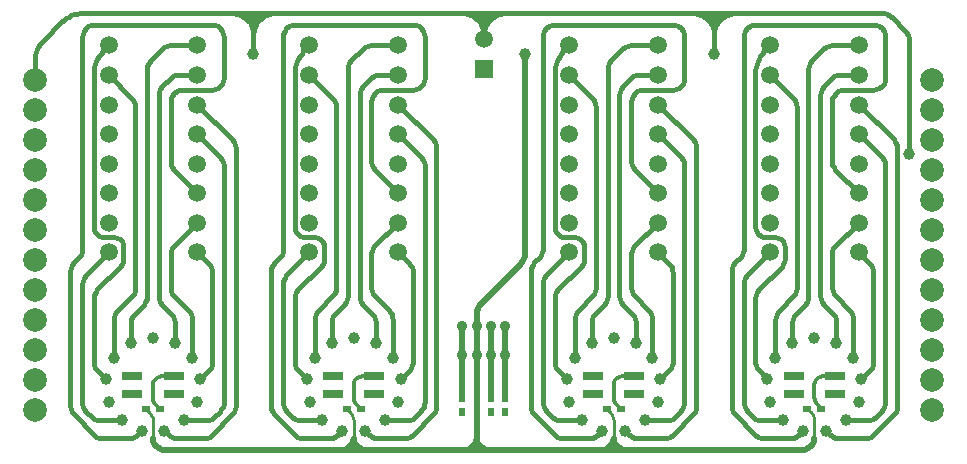
<source format=gtl>
%FSLAX25Y25*%
%MOIN*%
G70*
G01*
G75*
G04 Layer_Physical_Order=1*
G04 Layer_Color=255*
%ADD10C,0.01969*%
%ADD11C,0.01575*%
%ADD12C,0.00984*%
%ADD13C,0.01181*%
%ADD14R,0.02953X0.02362*%
%ADD15R,0.07087X0.02756*%
%ADD16R,0.02362X0.02953*%
%ADD17C,0.07874*%
%ADD18C,0.05906*%
%ADD19C,0.03937*%
%ADD20R,0.05906X0.05906*%
%ADD21C,0.03543*%
%ADD22C,0.02362*%
G36*
X76796Y79134D02*
X76747D01*
X76772Y79321D01*
X76796Y79134D01*
D02*
G37*
G36*
X4724Y84646D02*
X2132Y82053D01*
X2158Y82026D01*
X1529Y81606D01*
X787Y81459D01*
Y81035D01*
X811D01*
X718Y80333D01*
X447Y79679D01*
X16Y79117D01*
X-19Y79115D01*
X-316Y79560D01*
X-420Y80084D01*
X-394Y80315D01*
X-375D01*
X-449Y80686D01*
X-659Y81000D01*
X-2756Y83071D01*
X-2723Y83104D01*
X-3846Y83965D01*
X-5154Y84507D01*
X-6558Y84692D01*
X4724Y84646D01*
D02*
G37*
G36*
X81496D02*
X81403Y84646D01*
X81125Y84591D01*
X80811Y84381D01*
X77607Y81150D01*
X77589Y81168D01*
X77132Y80572D01*
X76845Y79878D01*
X76772Y79321D01*
X76698Y79878D01*
X76411Y80572D01*
X75954Y81168D01*
X72719Y84367D01*
X72733Y84380D01*
X72418Y84591D01*
X72047Y84664D01*
X81403Y84646D01*
X81496Y84664D01*
Y84646D01*
D02*
G37*
G36*
X-72441D02*
X-75380Y81707D01*
X-75409Y81736D01*
X-76170Y80743D01*
X-76649Y79587D01*
X-76772Y78658D01*
X-76731Y78347D01*
X-76813D01*
X-76772Y78658D01*
X-76894Y79587D01*
X-77373Y80743D01*
X-78135Y81736D01*
X-80267Y83811D01*
X-80250Y83828D01*
X-80845Y84285D01*
X-81539Y84572D01*
X-82284Y84670D01*
X-72441Y84646D01*
D02*
G37*
D10*
X-47435Y-61024D02*
X-46332Y-60878D01*
X-45304Y-60453D01*
X-44421Y-59775D01*
X106108Y-61024D02*
X107212Y-60878D01*
X108240Y-60453D01*
X109123Y-59775D01*
X44421D02*
X45304Y-60453D01*
X46332Y-60878D01*
X47435Y-61024D01*
X-6490D02*
X-5387Y-60878D01*
X-4359Y-60453D01*
X-3476Y-59775D01*
X-109123D02*
X-108240Y-60453D01*
X-107212Y-60878D01*
X-106108Y-61024D01*
X43307Y-57087D02*
X43437Y-58071D01*
X43816Y-58987D01*
X44421Y-59775D01*
X-3476D02*
X-2871Y-58987D01*
X-2492Y-58071D01*
X-2362Y-57087D01*
X-44421Y-59775D02*
X-43816Y-58987D01*
X-43437Y-58071D01*
X-43307Y-57087D01*
X-43178Y-58071D01*
X-42798Y-58987D01*
X-42194Y-59775D01*
X39179Y-61024D02*
X40282Y-60878D01*
X41311Y-60453D01*
X42193Y-59775D01*
X-1249D02*
X-366Y-60453D01*
X662Y-60878D01*
X1766Y-61024D01*
X-42193Y-59775D02*
X-41311Y-60453D01*
X-40282Y-60878D01*
X-39179Y-61024D01*
X42194Y-59775D02*
X42798Y-58987D01*
X43178Y-58071D01*
X43307Y-57087D01*
X-2362D02*
X-2233Y-58071D01*
X-1853Y-58987D01*
X-1249Y-59775D01*
X-110236Y-57087D02*
X-110107Y-58071D01*
X-109727Y-58988D01*
X-109123Y-59775D01*
X109123D02*
X109727Y-58988D01*
X110107Y-58071D01*
X110236Y-57087D01*
X-984Y-12402D02*
X-1569Y-13115D01*
X-2004Y-13928D01*
X-2272Y-14810D01*
X-2362Y-15728D01*
X12109Y692D02*
X12818Y1556D01*
X13345Y2542D01*
X13670Y3612D01*
X13780Y4724D01*
X-106108Y-61024D02*
X106108D01*
X-984Y-12402D02*
X12109Y692D01*
X-2362Y-19685D02*
Y-15728D01*
Y-57087D02*
Y-29528D01*
Y-19685D01*
X-7087Y-43701D02*
Y-19685D01*
X2362Y-43701D02*
Y-29528D01*
Y-19685D01*
X7087Y-43701D02*
Y-19685D01*
X13780Y4724D02*
Y70866D01*
D11*
X1969Y82284D02*
X1284Y81481D01*
X733Y80582D01*
X329Y79608D01*
X83Y78583D01*
X0Y77531D01*
X-83Y78583D01*
X-329Y79608D01*
X-733Y80582D01*
X-1284Y81481D01*
X-1969Y82284D01*
X7671Y84646D02*
X6619Y84577D01*
X5584Y84371D01*
X4585Y84032D01*
X3639Y83565D01*
X2762Y82979D01*
X1969Y82284D01*
X-1969D02*
X-2762Y82979D01*
X-3639Y83565D01*
X-4585Y84032D01*
X-5584Y84371D01*
X-6619Y84577D01*
X-7671Y84646D01*
X78740Y82284D02*
X78055Y81481D01*
X77504Y80582D01*
X77101Y79608D01*
X76854Y78582D01*
X76772Y77531D01*
X84443Y84646D02*
X83390Y84577D01*
X82356Y84371D01*
X81357Y84032D01*
X80410Y83565D01*
X79533Y82979D01*
X78740Y82284D01*
X76772Y77531D02*
X76689Y78582D01*
X76443Y79608D01*
X76039Y80582D01*
X75488Y81481D01*
X74803Y82284D01*
X74010Y82979D01*
X73133Y83565D01*
X72187Y84032D01*
X71188Y84371D01*
X70153Y84577D01*
X69100Y84646D01*
X-74803Y82284D02*
X-75488Y81481D01*
X-76039Y80582D01*
X-76443Y79608D01*
X-76689Y78582D01*
X-76772Y77531D01*
X-69100Y84646D02*
X-70153Y84577D01*
X-71188Y84371D01*
X-72187Y84032D01*
X-73133Y83565D01*
X-74010Y82979D01*
X-74803Y82284D01*
X-78740D02*
X-79533Y82979D01*
X-80410Y83565D01*
X-81357Y84032D01*
X-82356Y84371D01*
X-83390Y84577D01*
X-84443Y84646D01*
X-76772Y77531D02*
X-76854Y78582D01*
X-77101Y79608D01*
X-77504Y80582D01*
X-78055Y81481D01*
X-78740Y82284D01*
X141732Y75332D02*
X141629Y76381D01*
X141323Y77390D01*
X140826Y78319D01*
X140157Y79134D01*
X136316Y82975D02*
X135452Y83685D01*
X134466Y84212D01*
X133396Y84536D01*
X132283Y84646D01*
X-133653D02*
X-134633Y84597D01*
X-135604Y84453D01*
X-136556Y84215D01*
X-137480Y83885D01*
X-138367Y83465D01*
X-139209Y82960D01*
X-139997Y82376D01*
X-140724Y81717D01*
X-146677Y75764D02*
X-147336Y75036D01*
X-147921Y74248D01*
X-148425Y73406D01*
X-148845Y72519D01*
X-149176Y71595D01*
X-149414Y70643D01*
X-149558Y69673D01*
X-149606Y68692D01*
X103144Y-9848D02*
X103788Y-9009D01*
X104193Y-8032D01*
X104331Y-6983D01*
X98622Y-14370D02*
X98050Y-15067D01*
X97626Y-15861D01*
X97364Y-16723D01*
X97276Y-17620D01*
X36215Y-9848D02*
X36859Y-9009D01*
X37264Y-8032D01*
X37402Y-6983D01*
X31693Y-14370D02*
X31121Y-15067D01*
X30697Y-15861D01*
X30435Y-16723D01*
X30347Y-17620D01*
X-50399Y-9848D02*
X-49755Y-9009D01*
X-49351Y-8032D01*
X-49213Y-6983D01*
X-54921Y-14370D02*
X-55493Y-15067D01*
X-55918Y-15861D01*
X-56179Y-16723D01*
X-56267Y-17620D01*
X-116142Y53303D02*
X-116291Y54437D01*
X-116729Y55494D01*
X-117426Y56402D01*
X-121850Y-14370D02*
X-122422Y-15067D01*
X-122847Y-15861D01*
X-123108Y-16723D01*
X-123196Y-17620D01*
X-117328Y-9848D02*
X-116684Y-9009D01*
X-116280Y-8032D01*
X-116142Y-6983D01*
X-111024Y68898D02*
X-111664Y68063D01*
X-112067Y67090D01*
X-112205Y66046D01*
X-104432Y73819D02*
X-105476Y73681D01*
X-106448Y73279D01*
X-107283Y72638D01*
X-116339Y-15551D02*
X-116998Y-16411D01*
X-117413Y-17412D01*
X-117555Y-18487D01*
X-113386Y-12598D02*
X-112745Y-11763D01*
X-112342Y-10791D01*
X-112205Y-9747D01*
X-102918Y-18487D02*
X-103059Y-17412D01*
X-103474Y-16411D01*
X-104134Y-15551D01*
X-108268Y-9747D02*
X-108130Y-10791D01*
X-107727Y-11763D01*
X-107087Y-12598D01*
X-107087Y60236D02*
X-107728Y59401D01*
X-108130Y58429D01*
X-108268Y57385D01*
X-101954Y63976D02*
X-102824Y63862D01*
X-103635Y63526D01*
X-104331Y62992D01*
X-104331Y-6983D02*
X-104193Y-8032D01*
X-103788Y-9009D01*
X-103144Y-9848D01*
X-103347Y6890D02*
X-103881Y6194D01*
X-104216Y5383D01*
X-104331Y4514D01*
X-90551Y-1969D02*
X-90642Y-1041D01*
X-90913Y-150D01*
X-91352Y672D01*
X-91943Y1392D01*
X-91633Y-34502D02*
X-91046Y-33737D01*
X-90677Y-32846D01*
X-90551Y-31890D01*
X-97276Y-17620D02*
X-97364Y-16723D01*
X-97626Y-15861D01*
X-98050Y-15067D01*
X-98622Y-14370D01*
X-92558Y-51157D02*
X-91535Y-51023D01*
X-90582Y-50628D01*
X-89764Y-50000D01*
X-88006Y-48242D02*
X-87415Y-47522D01*
X-86976Y-46701D01*
X-86705Y-45809D01*
X-86614Y-44882D01*
Y33858D02*
X-86744Y34842D01*
X-87124Y35759D01*
X-87728Y36547D01*
X-105346Y-55782D02*
X-104423Y-56490D01*
X-103349Y-56935D01*
X-102195Y-57087D01*
X-93403D02*
X-92359Y-56949D01*
X-91386Y-56546D01*
X-90551Y-55905D01*
X-83791Y-49145D02*
X-83187Y-48358D01*
X-82807Y-47441D01*
X-82677Y-46457D01*
X-82677Y39668D02*
X-82815Y40712D01*
X-83217Y41684D01*
X-83858Y42520D01*
X-129921Y13386D02*
X-129800Y12469D01*
X-129446Y11614D01*
X-128883Y10880D01*
X-128150Y10317D01*
X-127295Y9963D01*
X-126378Y9843D01*
X-126992Y71827D02*
X-127651Y71099D01*
X-128236Y70311D01*
X-128741Y69469D01*
X-129160Y68582D01*
X-129491Y67658D01*
X-129729Y66706D01*
X-129873Y65736D01*
X-129921Y64755D01*
X-129921Y-31890D02*
X-129795Y-32846D01*
X-129426Y-33737D01*
X-128839Y-34502D01*
X-128740Y-7480D02*
X-129380Y-8314D01*
X-129782Y-9286D01*
X-129920Y-10328D01*
X-121192Y68D02*
X-120588Y855D01*
X-120208Y1772D01*
X-120079Y2756D01*
Y6693D02*
X-120233Y7666D01*
X-120680Y8544D01*
X-121377Y9241D01*
X-122255Y9688D01*
X-123228Y9843D01*
X-130709Y-50000D02*
X-129890Y-50628D01*
X-128937Y-51023D01*
X-127915Y-51157D01*
X-133858Y-44882D02*
X-133767Y-45809D01*
X-133496Y-46701D01*
X-133057Y-47522D01*
X-132466Y-48242D01*
X-132677Y-2756D02*
X-133318Y-3591D01*
X-133721Y-4564D01*
X-133858Y-5607D01*
X-100394Y59055D02*
X-101413Y58921D01*
X-102362Y58528D01*
X-103178Y57902D01*
X-103803Y57087D01*
X-104197Y56137D01*
X-104331Y55118D01*
X-86614Y76676D02*
X-86752Y77720D01*
X-87154Y78692D01*
X-87795Y79528D01*
X-88630Y80168D01*
X-89603Y80571D01*
X-90647Y80709D01*
X-104331Y35039D02*
X-104201Y34055D01*
X-103821Y33138D01*
X-103217Y32351D01*
X-90551Y59055D02*
X-89532Y59189D01*
X-88583Y59583D01*
X-87767Y60208D01*
X-87142Y61024D01*
X-86748Y61973D01*
X-86614Y62992D01*
X-129921Y-55905D02*
X-129086Y-56546D01*
X-128113Y-56949D01*
X-127070Y-57087D01*
X-118277D02*
X-117124Y-56935D01*
X-116050Y-56490D01*
X-115127Y-55782D01*
X-137795Y-46457D02*
X-137666Y-47441D01*
X-137286Y-48358D01*
X-136682Y-49145D01*
X-136607Y1582D02*
X-137252Y742D01*
X-137657Y-237D01*
X-137795Y-1287D01*
X-134843Y3347D02*
X-134309Y4042D01*
X-133973Y4853D01*
X-133858Y5723D01*
X-129826Y80709D02*
X-130869Y80571D01*
X-131842Y80168D01*
X-132677Y79528D01*
X-133318Y78692D01*
X-133721Y77720D01*
X-133858Y76676D01*
X-44094Y68898D02*
X-44735Y68063D01*
X-45138Y67090D01*
X-45276Y66046D01*
X-37503Y73819D02*
X-38547Y73681D01*
X-39519Y73279D01*
X-40354Y72638D01*
X-49409Y-15551D02*
X-50069Y-16411D01*
X-50484Y-17412D01*
X-50625Y-18487D01*
X-46457Y-12598D02*
X-45816Y-11763D01*
X-45413Y-10791D01*
X-45276Y-9747D01*
X-35989Y-18487D02*
X-36130Y-17412D01*
X-36545Y-16411D01*
X-37205Y-15551D01*
X-41339Y-9747D02*
X-41201Y-10791D01*
X-40798Y-11763D01*
X-40157Y-12598D01*
X-40157Y60236D02*
X-40798Y59401D01*
X-41201Y58429D01*
X-41339Y57385D01*
X-35025Y63976D02*
X-35895Y63862D01*
X-36706Y63526D01*
X-37402Y62992D01*
X-37402Y-6983D02*
X-37264Y-8032D01*
X-36859Y-9009D01*
X-36215Y-9848D01*
X-36417Y6890D02*
X-36951Y6194D01*
X-37287Y5383D01*
X-37402Y4514D01*
X-23622Y-1969D02*
X-23713Y-1041D01*
X-23984Y-150D01*
X-24423Y672D01*
X-25014Y1392D01*
X-24704Y-34502D02*
X-24117Y-33737D01*
X-23748Y-32846D01*
X-23622Y-31890D01*
X-30347Y-17620D02*
X-30435Y-16723D01*
X-30697Y-15861D01*
X-31121Y-15067D01*
X-31693Y-14370D01*
X-25629Y-51157D02*
X-24606Y-51023D01*
X-23653Y-50628D01*
X-22835Y-50000D01*
X-21077Y-48242D02*
X-20486Y-47522D01*
X-20047Y-46701D01*
X-19776Y-45809D01*
X-19685Y-44882D01*
Y33858D02*
X-19815Y34842D01*
X-20194Y35759D01*
X-20799Y36547D01*
X-38416Y-55782D02*
X-37494Y-56490D01*
X-36419Y-56935D01*
X-35266Y-57087D01*
X-26474D02*
X-25430Y-56949D01*
X-24457Y-56546D01*
X-23622Y-55905D01*
X-16862Y-49145D02*
X-16257Y-48358D01*
X-15878Y-47441D01*
X-15748Y-46457D01*
X-15748Y39668D02*
X-15885Y40712D01*
X-16288Y41684D01*
X-16929Y42520D01*
X-49213Y53303D02*
X-49362Y54437D01*
X-49800Y55494D01*
X-50496Y56402D01*
X-62992Y13386D02*
X-62871Y12469D01*
X-62517Y11614D01*
X-61954Y10880D01*
X-61221Y10317D01*
X-60366Y9963D01*
X-59449Y9843D01*
X-60063Y71827D02*
X-60722Y71099D01*
X-61307Y70311D01*
X-61811Y69469D01*
X-62231Y68582D01*
X-62562Y67658D01*
X-62800Y66706D01*
X-62944Y65736D01*
X-62992Y64755D01*
X-62992Y-31890D02*
X-62866Y-32846D01*
X-62497Y-33737D01*
X-61910Y-34502D01*
X-61811Y-7480D02*
X-62451Y-8314D01*
X-62853Y-9286D01*
X-62991Y-10328D01*
X-54263Y68D02*
X-53659Y855D01*
X-53279Y1772D01*
X-53150Y2756D01*
Y6693D02*
X-53304Y7666D01*
X-53751Y8544D01*
X-54448Y9241D01*
X-55326Y9688D01*
X-56299Y9843D01*
X-63779Y-50000D02*
X-62961Y-50628D01*
X-62008Y-51023D01*
X-60985Y-51157D01*
X-66929Y-44882D02*
X-66838Y-45809D01*
X-66567Y-46701D01*
X-66128Y-47522D01*
X-65537Y-48242D01*
X-65748Y-2756D02*
X-66389Y-3591D01*
X-66792Y-4564D01*
X-66929Y-5607D01*
X-33465Y59055D02*
X-34484Y58921D01*
X-35433Y58528D01*
X-36248Y57902D01*
X-36874Y57087D01*
X-37267Y56137D01*
X-37402Y55118D01*
X-19685Y76676D02*
X-19823Y77720D01*
X-20225Y78692D01*
X-20866Y79528D01*
X-21701Y80168D01*
X-22674Y80571D01*
X-23718Y80709D01*
X-37402Y35039D02*
X-37272Y34055D01*
X-36892Y33138D01*
X-36288Y32351D01*
X-23622Y59055D02*
X-22603Y59189D01*
X-21654Y59583D01*
X-20838Y60208D01*
X-20212Y61024D01*
X-19819Y61973D01*
X-19685Y62992D01*
X-62992Y-55905D02*
X-62157Y-56546D01*
X-61184Y-56949D01*
X-60141Y-57087D01*
X-51348D02*
X-50195Y-56935D01*
X-49120Y-56490D01*
X-48198Y-55782D01*
X-70866Y-46457D02*
X-70737Y-47441D01*
X-70357Y-48358D01*
X-69753Y-49145D01*
X-69678Y1582D02*
X-70322Y742D01*
X-70728Y-237D01*
X-70866Y-1287D01*
X-67913Y3347D02*
X-67379Y4042D01*
X-67044Y4853D01*
X-66929Y5723D01*
X-62897Y80709D02*
X-63940Y80571D01*
X-64913Y80168D01*
X-65748Y79528D01*
X-66389Y78692D01*
X-66792Y77720D01*
X-66929Y76676D01*
X109449Y68898D02*
X108808Y68063D01*
X108405Y67090D01*
X108268Y66046D01*
X116040Y73819D02*
X114997Y73681D01*
X114024Y73279D01*
X113189Y72638D01*
X104134Y-15551D02*
X103474Y-16411D01*
X103059Y-17412D01*
X102918Y-18487D01*
X107087Y-12598D02*
X107727Y-11763D01*
X108130Y-10791D01*
X108268Y-9747D01*
X117555Y-18487D02*
X117413Y-17412D01*
X116998Y-16411D01*
X116339Y-15551D01*
X112205Y-9747D02*
X112342Y-10791D01*
X112745Y-11763D01*
X113386Y-12598D01*
X113386Y60236D02*
X112745Y59401D01*
X112342Y58429D01*
X112205Y57385D01*
X118518Y63976D02*
X117648Y63862D01*
X116838Y63526D01*
X116142Y62992D01*
X116142Y-6983D02*
X116280Y-8032D01*
X116684Y-9009D01*
X117328Y-9848D01*
X117126Y6890D02*
X116592Y6194D01*
X116256Y5383D01*
X116142Y4514D01*
X129921Y-1969D02*
X129830Y-1041D01*
X129560Y-150D01*
X129120Y672D01*
X128529Y1392D01*
X128839Y-34502D02*
X129426Y-33737D01*
X129795Y-32846D01*
X129921Y-31890D01*
X123196Y-17620D02*
X123108Y-16723D01*
X122847Y-15861D01*
X122422Y-15067D01*
X121850Y-14370D01*
X127915Y-51157D02*
X128937Y-51023D01*
X129890Y-50628D01*
X130709Y-50000D01*
X132466Y-48242D02*
X133057Y-47522D01*
X133496Y-46701D01*
X133767Y-45809D01*
X133858Y-44882D01*
Y33858D02*
X133729Y34842D01*
X133349Y35759D01*
X132745Y36547D01*
X115127Y-55782D02*
X116050Y-56490D01*
X117124Y-56935D01*
X118277Y-57087D01*
X127070D02*
X128113Y-56949D01*
X129086Y-56546D01*
X129921Y-55905D01*
X136682Y-49145D02*
X137286Y-48358D01*
X137666Y-47441D01*
X137795Y-46457D01*
X137795Y39668D02*
X137658Y40712D01*
X137255Y41684D01*
X136614Y42520D01*
X104331Y53303D02*
X104181Y54437D01*
X103744Y55494D01*
X103047Y56402D01*
X90551Y13386D02*
X90672Y12469D01*
X91026Y11614D01*
X91589Y10880D01*
X92323Y10317D01*
X93177Y9963D01*
X94095Y9843D01*
X93480Y71827D02*
X92821Y71099D01*
X92237Y70311D01*
X91732Y69469D01*
X91312Y68582D01*
X90982Y67658D01*
X90743Y66706D01*
X90599Y65736D01*
X90551Y64755D01*
X90551Y-31890D02*
X90677Y-32846D01*
X91046Y-33737D01*
X91633Y-34502D01*
X91732Y-7480D02*
X91092Y-8314D01*
X90690Y-9286D01*
X90553Y-10328D01*
X99280Y68D02*
X99884Y855D01*
X100264Y1772D01*
X100394Y2756D01*
Y6693D02*
X100240Y7666D01*
X99792Y8544D01*
X99095Y9241D01*
X98217Y9688D01*
X97244Y9843D01*
X89764Y-50000D02*
X90582Y-50628D01*
X91535Y-51023D01*
X92558Y-51157D01*
X86614Y-44882D02*
X86705Y-45809D01*
X86976Y-46701D01*
X87415Y-47522D01*
X88006Y-48242D01*
X87795Y-2756D02*
X87154Y-3591D01*
X86752Y-4564D01*
X86614Y-5607D01*
X120079Y59055D02*
X119060Y58921D01*
X118110Y58528D01*
X117295Y57902D01*
X116669Y57087D01*
X116276Y56137D01*
X116142Y55118D01*
X133858Y76676D02*
X133721Y77720D01*
X133318Y78692D01*
X132677Y79528D01*
X131842Y80168D01*
X130869Y80571D01*
X129826Y80709D01*
X116142Y35039D02*
X116271Y34055D01*
X116651Y33138D01*
X117255Y32351D01*
X129921Y59055D02*
X130940Y59189D01*
X131890Y59583D01*
X132705Y60208D01*
X133331Y61024D01*
X133724Y61973D01*
X133858Y62992D01*
X90551Y-55905D02*
X91386Y-56546D01*
X92359Y-56949D01*
X93403Y-57087D01*
X102195D02*
X103349Y-56935D01*
X104423Y-56490D01*
X105346Y-55782D01*
X82677Y-46457D02*
X82807Y-47441D01*
X83187Y-48358D01*
X83791Y-49145D01*
X83866Y1582D02*
X83221Y742D01*
X82815Y-237D01*
X82677Y-1287D01*
X85630Y3347D02*
X86164Y4042D01*
X86500Y4853D01*
X86614Y5723D01*
X90647Y80709D02*
X89603Y80571D01*
X88630Y80168D01*
X87795Y79528D01*
X87154Y78692D01*
X86752Y77720D01*
X86614Y76676D01*
X23718Y80709D02*
X22674Y80571D01*
X21701Y80168D01*
X20866Y79528D01*
X20225Y78692D01*
X19823Y77720D01*
X19685Y76676D01*
X18701Y3347D02*
X19235Y4042D01*
X19570Y4853D01*
X19685Y5723D01*
X16937Y1582D02*
X16292Y742D01*
X15886Y-237D01*
X15748Y-1287D01*
Y-46457D02*
X15878Y-47441D01*
X16257Y-48358D01*
X16862Y-49145D01*
X35266Y-57087D02*
X36419Y-56935D01*
X37494Y-56490D01*
X38416Y-55782D01*
X23622Y-55905D02*
X24457Y-56546D01*
X25430Y-56949D01*
X26474Y-57087D01*
X62992Y59055D02*
X64011Y59189D01*
X64961Y59583D01*
X65776Y60208D01*
X66402Y61024D01*
X66795Y61973D01*
X66929Y62992D01*
X49213Y35039D02*
X49342Y34055D01*
X49722Y33138D01*
X50326Y32351D01*
X66929Y76676D02*
X66792Y77720D01*
X66389Y78692D01*
X65748Y79528D01*
X64913Y80168D01*
X63940Y80571D01*
X62897Y80709D01*
X53150Y59055D02*
X52131Y58921D01*
X51181Y58528D01*
X50366Y57902D01*
X49740Y57087D01*
X49347Y56137D01*
X49213Y55118D01*
X20866Y-2756D02*
X20225Y-3591D01*
X19823Y-4564D01*
X19685Y-5607D01*
Y-44882D02*
X19776Y-45809D01*
X20047Y-46701D01*
X20486Y-47522D01*
X21077Y-48242D01*
X22835Y-50000D02*
X23653Y-50628D01*
X24606Y-51023D01*
X25629Y-51157D01*
X33465Y6693D02*
X33310Y7666D01*
X32863Y8544D01*
X32166Y9241D01*
X31288Y9688D01*
X30315Y9843D01*
X32351Y68D02*
X32955Y855D01*
X33335Y1772D01*
X33465Y2756D01*
X24803Y-7480D02*
X24163Y-8314D01*
X23761Y-9286D01*
X23624Y-10328D01*
X23622Y-31890D02*
X23748Y-32846D01*
X24117Y-33737D01*
X24704Y-34502D01*
X26551Y71827D02*
X25892Y71099D01*
X25307Y70311D01*
X24803Y69469D01*
X24383Y68582D01*
X24053Y67658D01*
X23814Y66706D01*
X23670Y65736D01*
X23622Y64755D01*
Y13386D02*
X23743Y12469D01*
X24097Y11614D01*
X24660Y10880D01*
X25394Y10317D01*
X26248Y9963D01*
X27165Y9843D01*
X37402Y53303D02*
X37252Y54437D01*
X36814Y55494D01*
X36118Y56402D01*
X70866Y39668D02*
X70729Y40712D01*
X70326Y41684D01*
X69685Y42520D01*
X69753Y-49145D02*
X70357Y-48358D01*
X70737Y-47441D01*
X70866Y-46457D01*
X60141Y-57087D02*
X61184Y-56949D01*
X62157Y-56546D01*
X62992Y-55905D01*
X48198Y-55782D02*
X49120Y-56490D01*
X50195Y-56935D01*
X51348Y-57087D01*
X66929Y33858D02*
X66800Y34842D01*
X66420Y35759D01*
X65816Y36547D01*
X65537Y-48242D02*
X66128Y-47522D01*
X66567Y-46701D01*
X66838Y-45809D01*
X66929Y-44882D01*
X60985Y-51157D02*
X62008Y-51023D01*
X62961Y-50628D01*
X63779Y-50000D01*
X56267Y-17620D02*
X56179Y-16723D01*
X55918Y-15861D01*
X55493Y-15067D01*
X54921Y-14370D01*
X61910Y-34502D02*
X62497Y-33737D01*
X62866Y-32846D01*
X62992Y-31890D01*
Y-1969D02*
X62901Y-1041D01*
X62630Y-150D01*
X62191Y672D01*
X61600Y1392D01*
X50197Y6890D02*
X49663Y6194D01*
X49327Y5383D01*
X49213Y4514D01*
X49213Y-6983D02*
X49351Y-8032D01*
X49755Y-9009D01*
X50399Y-9848D01*
X51589Y63976D02*
X50719Y63862D01*
X49909Y63526D01*
X49213Y62992D01*
X46457Y60236D02*
X45816Y59401D01*
X45413Y58429D01*
X45276Y57385D01*
Y-9747D02*
X45413Y-10791D01*
X45816Y-11763D01*
X46457Y-12598D01*
X50625Y-18487D02*
X50484Y-17412D01*
X50069Y-16411D01*
X49409Y-15551D01*
X40157Y-12598D02*
X40798Y-11763D01*
X41201Y-10791D01*
X41339Y-9747D01*
X37205Y-15551D02*
X36545Y-16411D01*
X36130Y-17412D01*
X35989Y-18487D01*
X49111Y73819D02*
X48068Y73681D01*
X47095Y73279D01*
X46260Y72638D01*
X42520Y68898D02*
X41879Y68063D01*
X41476Y67090D01*
X41339Y66046D01*
X0Y75866D02*
Y77531D01*
X84443Y84646D02*
X132283D01*
X69100D02*
X84443D01*
X-7671D02*
X69100D01*
X-69100D02*
X-7671D01*
X-84443D02*
X-69100D01*
X76772Y70866D02*
Y77531D01*
X-76772Y70866D02*
Y77531D01*
X-133653Y84646D02*
X-84443D01*
X141732Y37795D02*
Y75332D01*
X136316Y82975D02*
X140157Y79134D01*
X-146677Y75764D02*
X-140724Y81717D01*
X-149606Y62283D02*
Y68692D01*
X98622Y-14370D02*
X103144Y-9848D01*
X97276Y-30424D02*
Y-17620D01*
X104331Y-6983D02*
Y53303D01*
X31693Y-14370D02*
X36215Y-9848D01*
X30347Y-30424D02*
Y-17620D01*
X37402Y-6983D02*
Y53303D01*
X-54921Y-14370D02*
X-50399Y-9848D01*
X-56267Y-30424D02*
Y-17620D01*
X-49213Y-6983D02*
Y53303D01*
X-116142Y-6983D02*
Y53303D01*
X-123196Y-30424D02*
Y-17620D01*
X-121850Y-14370D02*
X-117328Y-9848D01*
X-111024Y68898D02*
X-107283Y72638D01*
X-104432Y73819D02*
X-95473D01*
X-117555Y-25426D02*
Y-18487D01*
X-112205Y-9747D02*
Y66046D01*
X-116339Y-15551D02*
X-113386Y-12598D01*
X-107087D02*
X-104134Y-15551D01*
X-102918Y-25426D02*
Y-18487D01*
X-108268Y-9747D02*
Y57385D01*
X-107087Y60236D02*
X-104331Y62992D01*
X-101954Y63976D02*
X-95472D01*
X-103144Y-9848D02*
X-98622Y-14370D01*
X-104331Y-6983D02*
Y4514D01*
X-103347Y6890D02*
X-95472Y14764D01*
X-97276Y-30424D02*
Y-17620D01*
X-95473Y4921D02*
X-91943Y1392D01*
X-94603Y-37472D02*
X-91633Y-34502D01*
X-90551Y-31890D02*
Y-1969D01*
X-99793Y-51157D02*
X-92558D01*
X-86614Y-44882D02*
Y33858D01*
X-95472Y44291D02*
X-87728Y36547D01*
X-89764Y-50000D02*
X-88006Y-48242D01*
X-95472Y54134D02*
X-83858Y42520D01*
X-106467Y-54660D02*
X-105346Y-55782D01*
X-82677Y-46457D02*
Y39668D01*
X-102195Y-57087D02*
X-93403D01*
X-90551Y-55905D02*
X-83791Y-49145D01*
X-125000Y63976D02*
X-117426Y56402D01*
X-129921Y13386D02*
Y64755D01*
X-126992Y71827D02*
X-125000Y73819D01*
X-126378Y9843D02*
X-123228D01*
X-128839Y-34502D02*
X-125869Y-37472D01*
X-129921Y-31890D02*
Y-10328D01*
X-128740Y-7480D02*
X-121192Y68D01*
X-120079Y2756D02*
Y6693D01*
X-132466Y-48242D02*
X-130709Y-50000D01*
X-127915Y-51157D02*
X-120679D01*
X-133858Y-44882D02*
Y-5607D01*
X-132677Y-2756D02*
X-125000Y4921D01*
X-100394Y59055D02*
X-90551D01*
X-104331Y35039D02*
Y55118D01*
X-103217Y32351D02*
X-95472Y24606D01*
X-86614Y62992D02*
Y76676D01*
X-136682Y-49145D02*
X-129921Y-55905D01*
X-127070Y-57087D02*
X-118277D01*
X-115127Y-55782D02*
X-114005Y-54660D01*
X-137795Y-46457D02*
Y-1287D01*
X-133858Y5723D02*
Y76676D01*
X-129826Y80709D02*
X-90647D01*
X-136607Y1582D02*
X-134843Y3347D01*
X-44094Y68898D02*
X-40354Y72638D01*
X-37503Y73819D02*
X-28543D01*
X-50625Y-25426D02*
Y-18487D01*
X-45276Y-9747D02*
Y66046D01*
X-49409Y-15551D02*
X-46457Y-12598D01*
X-40157D02*
X-37205Y-15551D01*
X-35989Y-25426D02*
Y-18487D01*
X-41339Y-9747D02*
Y57385D01*
X-40157Y60236D02*
X-37402Y62992D01*
X-35025Y63976D02*
X-28543D01*
X-36215Y-9848D02*
X-31693Y-14370D01*
X-37402Y-6983D02*
Y4514D01*
X-36417Y6890D02*
X-28543Y14764D01*
X-30347Y-30424D02*
Y-17620D01*
X-28543Y4921D02*
X-25014Y1392D01*
X-27674Y-37472D02*
X-24704Y-34502D01*
X-23622Y-31890D02*
Y-1969D01*
X-32864Y-51157D02*
X-25629D01*
X-19685Y-44882D02*
Y33858D01*
X-28543Y44291D02*
X-20799Y36547D01*
X-22835Y-50000D02*
X-21077Y-48242D01*
X-28543Y54134D02*
X-16929Y42520D01*
X-39538Y-54660D02*
X-38416Y-55782D01*
X-15748Y-46457D02*
Y39668D01*
X-35266Y-57087D02*
X-26474D01*
X-23622Y-55905D02*
X-16862Y-49145D01*
X-58071Y63976D02*
X-50496Y56402D01*
X-62992Y13386D02*
Y64755D01*
X-60063Y71827D02*
X-58071Y73819D01*
X-59449Y9843D02*
X-56299D01*
X-61910Y-34502D02*
X-58940Y-37472D01*
X-62992Y-31890D02*
Y-10328D01*
X-61811Y-7480D02*
X-54263Y68D01*
X-53150Y2756D02*
Y6693D01*
X-65537Y-48242D02*
X-63779Y-50000D01*
X-60985Y-51157D02*
X-53750D01*
X-66929Y-44882D02*
Y-5607D01*
X-65748Y-2756D02*
X-58071Y4921D01*
X-33465Y59055D02*
X-23622D01*
X-37402Y35039D02*
Y55118D01*
X-36288Y32351D02*
X-28543Y24606D01*
X-19685Y62992D02*
Y76676D01*
X-69753Y-49145D02*
X-62992Y-55905D01*
X-60141Y-57087D02*
X-51348D01*
X-70866Y-46457D02*
Y-1287D01*
X-66929Y5723D02*
Y76676D01*
X-62897Y80709D02*
X-23718D01*
X-69678Y1582D02*
X-67913Y3347D01*
X109449Y68898D02*
X113189Y72638D01*
X116040Y73819D02*
X125000D01*
X102918Y-25426D02*
Y-18487D01*
X108268Y-9747D02*
Y66046D01*
X104134Y-15551D02*
X107087Y-12598D01*
X113386D02*
X116339Y-15551D01*
X117555Y-25426D02*
Y-18487D01*
X112205Y-9747D02*
Y57385D01*
X113386Y60236D02*
X116142Y62992D01*
X118518Y63976D02*
X125000D01*
X117328Y-9848D02*
X121850Y-14370D01*
X116142Y-6983D02*
Y4514D01*
X117126Y6890D02*
X125000Y14764D01*
X123196Y-30424D02*
Y-17620D01*
X125000Y4921D02*
X128529Y1392D01*
X125869Y-37472D02*
X128839Y-34502D01*
X129921Y-31890D02*
Y-1969D01*
X120679Y-51157D02*
X127915D01*
X133858Y-44882D02*
Y33858D01*
X125000Y44291D02*
X132745Y36547D01*
X130709Y-50000D02*
X132466Y-48242D01*
X125000Y54134D02*
X136614Y42520D01*
X114005Y-54660D02*
X115127Y-55782D01*
X137795Y-46457D02*
Y39668D01*
X118277Y-57087D02*
X127070D01*
X129921Y-55905D02*
X136682Y-49145D01*
X95472Y63976D02*
X103047Y56402D01*
X90551Y13386D02*
Y64755D01*
X93480Y71827D02*
X95472Y73819D01*
X94095Y9843D02*
X97244D01*
X91633Y-34502D02*
X94603Y-37472D01*
X90551Y-31890D02*
Y-10328D01*
X91732Y-7480D02*
X99280Y68D01*
X100394Y2756D02*
Y6693D01*
X88006Y-48242D02*
X89764Y-50000D01*
X92558Y-51157D02*
X99793D01*
X86614Y-44882D02*
Y-5607D01*
X87795Y-2756D02*
X95472Y4921D01*
X120079Y59055D02*
X129921D01*
X116142Y35039D02*
Y55118D01*
X117255Y32351D02*
X125000Y24606D01*
X133858Y62992D02*
Y76676D01*
X83791Y-49145D02*
X90551Y-55905D01*
X93403Y-57087D02*
X102195D01*
X105346Y-55782D02*
X106467Y-54660D01*
X82677Y-46457D02*
Y-1287D01*
X86614Y5723D02*
Y76676D01*
X90647Y80709D02*
X129826D01*
X83866Y1582D02*
X85630Y3347D01*
X16937Y1582D02*
X18701Y3347D01*
X23718Y80709D02*
X62897D01*
X19685Y5723D02*
Y76676D01*
X15748Y-46457D02*
Y-1287D01*
X38416Y-55782D02*
X39538Y-54660D01*
X26474Y-57087D02*
X35266D01*
X16862Y-49145D02*
X23622Y-55905D01*
X66929Y62992D02*
Y76676D01*
X50326Y32351D02*
X58071Y24606D01*
X49213Y35039D02*
Y55118D01*
X53150Y59055D02*
X62992D01*
X20866Y-2756D02*
X28543Y4921D01*
X19685Y-44882D02*
Y-5607D01*
X25629Y-51157D02*
X32864D01*
X21077Y-48242D02*
X22835Y-50000D01*
X33465Y2756D02*
Y6693D01*
X24803Y-7480D02*
X32351Y68D01*
X23622Y-31890D02*
Y-10328D01*
X24704Y-34502D02*
X27674Y-37472D01*
X27165Y9843D02*
X30315D01*
X26551Y71827D02*
X28543Y73819D01*
X23622Y13386D02*
Y64755D01*
X28543Y63976D02*
X36118Y56402D01*
X62992Y-55905D02*
X69753Y-49145D01*
X51348Y-57087D02*
X60141D01*
X70866Y-46457D02*
Y39668D01*
X47076Y-54660D02*
X48198Y-55782D01*
X58071Y54134D02*
X69685Y42520D01*
X63779Y-50000D02*
X65537Y-48242D01*
X58071Y44291D02*
X65816Y36547D01*
X66929Y-44882D02*
Y33858D01*
X53750Y-51157D02*
X60985D01*
X62992Y-31890D02*
Y-1969D01*
X58940Y-37472D02*
X61910Y-34502D01*
X58071Y4921D02*
X61600Y1392D01*
X56267Y-30424D02*
Y-17620D01*
X50197Y6890D02*
X58071Y14764D01*
X49213Y-6983D02*
Y4514D01*
X50399Y-9848D02*
X54921Y-14370D01*
X51589Y63976D02*
X58071D01*
X46457Y60236D02*
X49213Y62992D01*
X45276Y-9747D02*
Y57385D01*
X50625Y-25426D02*
Y-18487D01*
X46457Y-12598D02*
X49409Y-15551D01*
X37205D02*
X40157Y-12598D01*
X41339Y-9747D02*
Y66046D01*
X35989Y-25426D02*
Y-18487D01*
X49111Y73819D02*
X58071D01*
X42520Y68898D02*
X46260Y72638D01*
D12*
X-110236Y-51277D02*
X-110374Y-50233D01*
X-110776Y-49260D01*
X-111417Y-48425D01*
X-43307Y-51277D02*
X-43444Y-50233D01*
X-43847Y-49260D01*
X-44488Y-48425D01*
X110236Y-51277D02*
X110099Y-50233D01*
X109696Y-49260D01*
X109055Y-48425D01*
X43307Y-51277D02*
X43170Y-50233D01*
X42767Y-49260D01*
X42126Y-48425D01*
X-110236Y-57087D02*
Y-51277D01*
X-112598Y-47244D02*
X-111417Y-48425D01*
X-45669Y-47244D02*
X-44488Y-48425D01*
X-43307Y-57087D02*
Y-51277D01*
X107874Y-47244D02*
X109055Y-48425D01*
X110236Y-57087D02*
Y-51277D01*
X40945Y-47244D02*
X42126Y-48425D01*
X43307Y-57087D02*
Y-51277D01*
D13*
X-110236Y-43307D02*
X-110107Y-44291D01*
X-109727Y-45208D01*
X-109123Y-45995D01*
X-107283Y-36417D02*
X-108196Y-36562D01*
X-109019Y-36981D01*
X-109672Y-37635D01*
X-110092Y-38458D01*
X-110236Y-39370D01*
X-43307Y-43307D02*
X-43178Y-44291D01*
X-42798Y-45208D01*
X-42193Y-45995D01*
X-40354Y-36417D02*
X-41267Y-36562D01*
X-42090Y-36981D01*
X-42743Y-37635D01*
X-43163Y-38458D01*
X-43307Y-39370D01*
X110236Y-43307D02*
X110366Y-44291D01*
X110746Y-45208D01*
X111350Y-45995D01*
X113189Y-36417D02*
X112276Y-36562D01*
X111453Y-36981D01*
X110800Y-37635D01*
X110381Y-38458D01*
X110236Y-39370D01*
X46260Y-36417D02*
X45347Y-36562D01*
X44524Y-36981D01*
X43871Y-37635D01*
X43452Y-38458D01*
X43307Y-39370D01*
Y-43307D02*
X43437Y-44291D01*
X43816Y-45208D01*
X44421Y-45995D01*
X-110236Y-43307D02*
Y-39370D01*
X-107283Y-36417D02*
X-103347D01*
X-109123Y-45995D02*
X-107874Y-47244D01*
X-43307Y-43307D02*
Y-39370D01*
X-40354Y-36417D02*
X-36417D01*
X-42194Y-45995D02*
X-40945Y-47244D01*
X110236Y-43307D02*
Y-39370D01*
X113189Y-36417D02*
X117126D01*
X111350Y-45995D02*
X112598Y-47244D01*
X44421Y-45995D02*
X45669Y-47244D01*
X46260Y-36417D02*
X50197D01*
X43307Y-43307D02*
Y-39370D01*
D14*
X112598Y-47244D02*
D03*
X107874D02*
D03*
X45669D02*
D03*
X40945D02*
D03*
X-40945D02*
D03*
X-45669D02*
D03*
X-107874D02*
D03*
X-112598D02*
D03*
D15*
X117126Y-42323D02*
D03*
Y-36417D02*
D03*
X103347Y-42323D02*
D03*
Y-36417D02*
D03*
X50197Y-42323D02*
D03*
Y-36417D02*
D03*
X36417Y-42323D02*
D03*
Y-36417D02*
D03*
X-36417Y-42323D02*
D03*
Y-36417D02*
D03*
X-50197Y-42323D02*
D03*
Y-36417D02*
D03*
X-103347Y-42323D02*
D03*
Y-36417D02*
D03*
X-117126Y-42323D02*
D03*
Y-36417D02*
D03*
D16*
X7087Y-48425D02*
D03*
Y-43701D02*
D03*
X2362Y-48425D02*
D03*
Y-43701D02*
D03*
X-7087Y-48425D02*
D03*
Y-43701D02*
D03*
D17*
X149606Y-47717D02*
D03*
Y-37716D02*
D03*
Y-27716D02*
D03*
Y-17717D02*
D03*
Y-7717D02*
D03*
Y32283D02*
D03*
Y22284D02*
D03*
Y12284D02*
D03*
Y2283D02*
D03*
Y42283D02*
D03*
Y52284D02*
D03*
Y62283D02*
D03*
X-149606Y-47717D02*
D03*
Y-37716D02*
D03*
Y-27716D02*
D03*
Y-17717D02*
D03*
Y-7717D02*
D03*
Y32283D02*
D03*
Y22284D02*
D03*
Y12284D02*
D03*
Y2283D02*
D03*
Y42283D02*
D03*
Y52284D02*
D03*
Y62283D02*
D03*
D18*
X95472Y54134D02*
D03*
Y63976D02*
D03*
Y44291D02*
D03*
Y34449D02*
D03*
Y24606D02*
D03*
Y14764D02*
D03*
X95473Y4921D02*
D03*
X125000D02*
D03*
X125000Y14764D02*
D03*
Y24606D02*
D03*
Y34449D02*
D03*
Y44291D02*
D03*
X125000Y73819D02*
D03*
X125000Y63976D02*
D03*
Y54134D02*
D03*
X95473Y73819D02*
D03*
X28543Y54134D02*
D03*
Y63976D02*
D03*
Y44291D02*
D03*
Y34449D02*
D03*
Y24606D02*
D03*
Y14764D02*
D03*
X28543Y4921D02*
D03*
X58071D02*
D03*
X58071Y14764D02*
D03*
Y24606D02*
D03*
Y34449D02*
D03*
Y44291D02*
D03*
X58071Y73819D02*
D03*
X58071Y63976D02*
D03*
Y54134D02*
D03*
X28543Y73819D02*
D03*
X-58071Y54134D02*
D03*
Y63976D02*
D03*
Y44291D02*
D03*
Y34449D02*
D03*
Y24606D02*
D03*
Y14764D02*
D03*
X-58071Y4921D02*
D03*
X-28543D02*
D03*
X-28543Y14764D02*
D03*
Y24606D02*
D03*
Y34449D02*
D03*
Y44291D02*
D03*
X-28543Y73819D02*
D03*
X-28543Y63976D02*
D03*
Y54134D02*
D03*
X-58071Y73819D02*
D03*
X-125000Y54134D02*
D03*
Y63976D02*
D03*
Y44291D02*
D03*
Y34449D02*
D03*
Y24606D02*
D03*
Y14764D02*
D03*
X-125000Y4921D02*
D03*
X-95473D02*
D03*
X-95472Y14764D02*
D03*
Y24606D02*
D03*
Y34449D02*
D03*
Y44291D02*
D03*
X-95473Y73819D02*
D03*
X-95472Y63976D02*
D03*
Y54134D02*
D03*
X-125000Y73819D02*
D03*
X0Y75866D02*
D03*
D19*
X106467Y-54660D02*
D03*
X99793Y-51157D02*
D03*
X95511Y-44954D02*
D03*
X94603Y-37472D02*
D03*
X97276Y-30424D02*
D03*
X102918Y-25426D02*
D03*
X114005Y-54660D02*
D03*
X120679Y-51157D02*
D03*
X124961Y-44954D02*
D03*
X125869Y-37472D02*
D03*
X123196Y-30424D02*
D03*
X117555Y-25426D02*
D03*
X110236Y-23622D02*
D03*
X-76772Y70866D02*
D03*
X76772D02*
D03*
X141732Y37795D02*
D03*
X-47076Y-54660D02*
D03*
X-53750Y-51157D02*
D03*
X-58032Y-44954D02*
D03*
X-58940Y-37472D02*
D03*
X-56267Y-30424D02*
D03*
X-50625Y-25426D02*
D03*
X-39538Y-54660D02*
D03*
X-32864Y-51157D02*
D03*
X-28582Y-44954D02*
D03*
X-27674Y-37472D02*
D03*
X-30347Y-30424D02*
D03*
X-35989Y-25426D02*
D03*
X-43307Y-23622D02*
D03*
X39538Y-54660D02*
D03*
X32864Y-51157D02*
D03*
X28582Y-44954D02*
D03*
X27674Y-37472D02*
D03*
X30347Y-30424D02*
D03*
X35989Y-25426D02*
D03*
X47076Y-54660D02*
D03*
X53750Y-51157D02*
D03*
X58032Y-44954D02*
D03*
X58940Y-37472D02*
D03*
X56267Y-30424D02*
D03*
X50625Y-25426D02*
D03*
X43307Y-23622D02*
D03*
X-114005Y-54660D02*
D03*
X-120679Y-51157D02*
D03*
X-124961Y-44954D02*
D03*
X-125869Y-37472D02*
D03*
X-123196Y-30424D02*
D03*
X-117555Y-25426D02*
D03*
X-106467Y-54660D02*
D03*
X-99793Y-51157D02*
D03*
X-95511Y-44954D02*
D03*
X-94603Y-37472D02*
D03*
X-97276Y-30424D02*
D03*
X-102918Y-25426D02*
D03*
X-110236Y-23622D02*
D03*
X13780Y70866D02*
D03*
D20*
X0Y65866D02*
D03*
D21*
X-2362Y-19685D02*
D03*
X2362D02*
D03*
X-7087D02*
D03*
X7087D02*
D03*
X-2362Y-29528D02*
D03*
X2362D02*
D03*
X-7087D02*
D03*
X7087D02*
D03*
D22*
X7087Y-48425D02*
D03*
X2362D02*
D03*
X-7087D02*
D03*
X38386Y-36417D02*
D03*
X48228Y-42323D02*
D03*
X38386D02*
D03*
X105315D02*
D03*
X115157D02*
D03*
X105315Y-36417D02*
D03*
X-48228Y-42323D02*
D03*
X-38386D02*
D03*
X-48228Y-36417D02*
D03*
X-115157Y-42323D02*
D03*
X-105315D02*
D03*
X-115157Y-36417D02*
D03*
M02*

</source>
